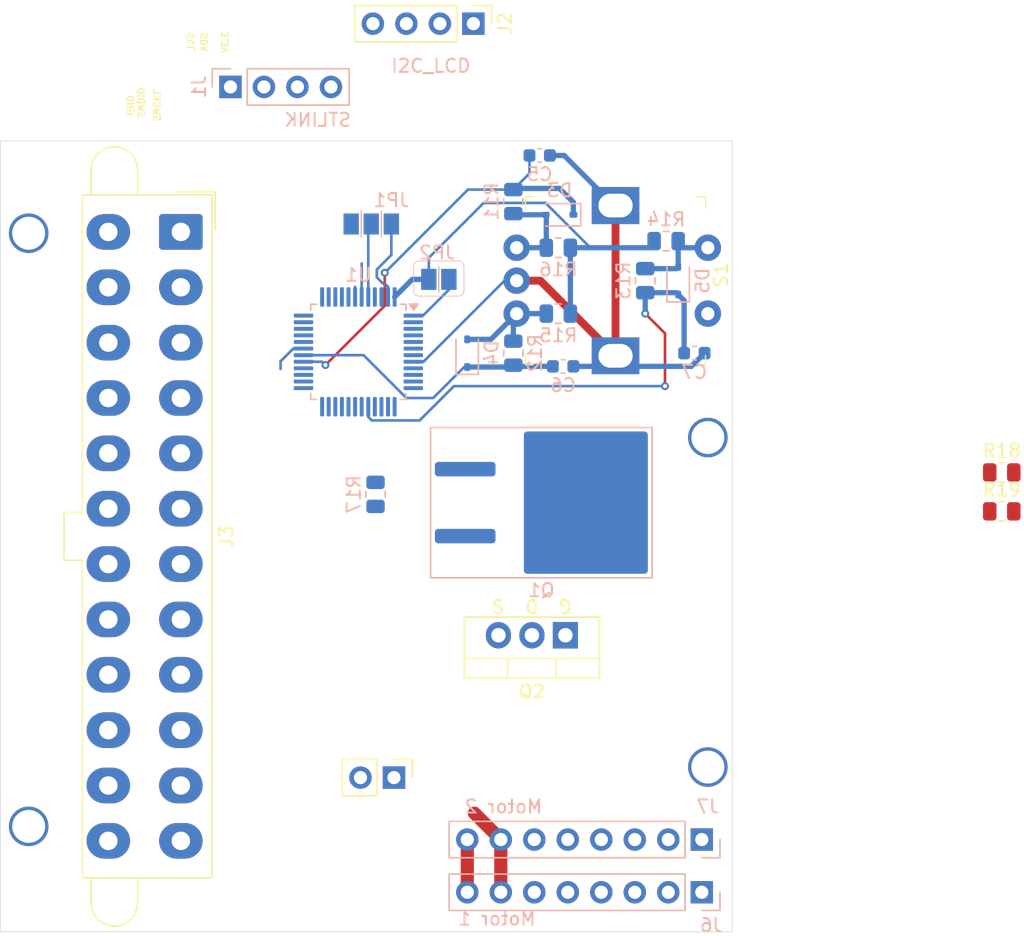
<source format=kicad_pcb>
(kicad_pcb (version 20241229) (generator "pcbnew") (generator_version "9.0")
  (layers (0 "F.Cu" signal) (2 "B.Cu" signal) (13 "F.Paste" user) (15 "B.Paste" user) (5 "F.SilkS" user "F.Silkscreen") (7 "B.SilkS" user "B.Silkscreen") (1 "F.Mask" user) (3 "B.Mask" user) (25 "Edge.Cuts" user))
  (net 0 "")
  (net 22 "+5V")
  (net 23 "GND")
  (net 24 "+3.3V")
  (net 25 "/Encoder/ENC_SW")
  (net 26 "/Encoder/ENC_B")
  (net 27 "/Encoder/ENC_A")
  (net 28 "Net-(D3-A)")
  (net 29 "Net-(D4-A)")
  (net 31 "/SDA")
  (net 32 "/SCL")
  (net 33 "/MOSFET_DRIVER/PWM")
  (net 34 "P,+12")
  (net 35 "/SWDIO")
  (net 36 "/SWCLK")
  (net 37 "/Stepper_Driver/1_DIR-")
  (net 38 "/Stepper_Driver/1_ENA-")
  (net 39 "/Stepper_Driver/1_PUL-")
  (net 40 "/Stepper_Driver/1_DIR+")
  (net 41 "/Stepper_Driver/1_PUL+")
  (net 42 "/Stepper_Driver/1_ENA+")
  (net 43 "/Stepper_Driver/2_PUL-")
  (net 44 "/Stepper_Driver/2_ENA+")
  (net 45 "/Stepper_Driver/2_DIR-")
  (net 46 "/Stepper_Driver/2_ENA-")
  (net 47 "/Stepper_Driver/2_PUL+")
  (net 48 "/Stepper_Driver/2_DIR+")
  (net 49 "/L_ENA-")
  (net 50 "/L_PUL-")
  (net 51 "/L_PUL+")
  (net 52 "/L_ENA+")
  (net 53 "/L_DIR-")
  (net 54 "/L_DIR+")
  (net 55 "Net-(D5-A)")
  (net 56 "Net-(Q1-D)")
  (net 57 "Net-(JP1-C)")
  (net 58 "Net-(JP2-A)")
  (net 59 "+5VSB")
  (net 60 "+12V")
  (net 62 "Net-(J3-PWR_OK)")
  (net 63 "-12V")
  (net 64 "/Power/PWR_OK")
  (net 65 "/D-")
  (net 66 "/D+")
  (footprint "Resistor_SMD:R_0805_2012Metric" (layer "F.Cu") (at 140.2875 87.6)
    (property "Reference" "R19" (at 0 -1.65 0) (layer "F.SilkS"))
    (property "Value" "1k")
    (fp_line (start -0.227064 -0.735) (end 0.227064 -0.735) (stroke (width 0.12)) (layer "F.SilkS"))
    (fp_line (start -0.227064 0.735) (end 0.227064 0.735) (stroke (width 0.12)) (layer "F.SilkS"))
    (pad "1" smd roundrect (at -0.9125 0) (size 1.025 1.4) (layers "F.Cu" "F.Mask" "F.Paste") (roundrect_rratio 0.243902) (net 23 "GND"))
    (pad "2" smd roundrect (at 0.9125 0) (size 1.025 1.4) (layers "F.Cu" "F.Mask" "F.Paste") (roundrect_rratio 0.243902) (net 64 "/Power/PWR_OK"))
  )
  (footprint "digikey-footprints:Rotary_Encoder_Switched_PEC11R" (layer "F.Cu") (at 111 64.4 -90)
    (property "Reference" "S1" (at 5.275 -8 90) (layer "F.SilkS"))
    (property "Value" "PEC11R-4215F-S0024" (hide yes))
    (fp_line (start -0.675 6.825) (end -0.675 6.15) (stroke (width 0.1)) (layer "F.SilkS"))
    (fp_line (start 0.275 6.825) (end -0.675 6.825) (stroke (width 0.1)) (layer "F.SilkS"))
    (fp_line (start 12.075 6.825) (end 11.275 6.825) (stroke (width 0.1)) (layer "F.SilkS"))
    (fp_line (start 12.075 6.25) (end 12.075 6.825) (stroke (width 0.1)) (layer "F.SilkS"))
    (fp_line (start -0.675 -6.825) (end -0.675 -6.15) (stroke (width 0.1)) (layer "F.SilkS"))
    (fp_line (start 0.175 -6.825) (end -0.675 -6.825) (stroke (width 0.1)) (layer "F.SilkS"))
    (fp_line (start 11.375 -6.825) (end 12.075 -6.825) (stroke (width 0.1)) (layer "F.SilkS"))
    (fp_line (start 12.075 -6.825) (end 12.075 -6.325) (stroke (width 0.1)) (layer "F.SilkS"))
    (pad "1" thru_hole circle (at 3.2 -7 270) (size 2 2) (drill 1) (layers "*.Cu" "*.Mask") (net 55 "Net-(D5-A)"))
    (pad "2" thru_hole circle (at 8.2 -7 270) (size 2 2) (drill 1) (layers "*.Cu" "*.Mask") (net 23 "GND"))
    (pad "3" thru_hole rect (at 0 0 270) (size 2.8 3.6) (drill oval 1.8 2.6) (layers "*.Cu" "*.Mask") (net 23 "GND"))
    (pad "3" thru_hole rect (at 11.4 0 270) (size 2.8 3.6) (drill oval 1.8 2.6) (layers "*.Cu" "*.Mask") (net 23 "GND"))
    (pad "A" thru_hole circle (at 3.2 7.5 270) (size 2 2) (drill 1) (layers "*.Cu" "*.Mask") (net 28 "Net-(D3-A)"))
    (pad "B" thru_hole circle (at 8.2 7.5 270) (size 2 2) (drill 1) (layers "*.Cu" "*.Mask") (net 29 "Net-(D4-A)"))
    (pad "C" thru_hole circle (at 5.7 7.5 270) (size 2 2) (drill 1) (layers "*.Cu" "*.Mask") (net 23 "GND"))
  )
  (footprint "PCM_Package_TO_SOT_THT_AKL:TO-220-3_Vertical_GDS" (layer "F.Cu") (at 107.2 97 180)
    (property "Reference" "Q2" (at 2.54 -4.27 0) (layer "F.SilkS"))
    (property "Value" "IRLZ34N" (hide yes))
    (fp_line (start 7.66 -3.27) (end 7.66 1.371) (stroke (width 0.12)) (layer "F.SilkS"))
    (fp_line (start 4.391 -3.27) (end 4.391 -1.76) (stroke (width 0.12)) (layer "F.SilkS"))
    (fp_line (start 0.69 -3.27) (end 0.69 -1.76) (stroke (width 0.12)) (layer "F.SilkS"))
    (fp_line (start -2.58 1.371) (end 7.66 1.371) (stroke (width 0.12)) (layer "F.SilkS"))
    (fp_line (start -2.58 -1.76) (end 7.66 -1.76) (stroke (width 0.12)) (layer "F.SilkS"))
    (fp_line (start -2.58 -3.27) (end 7.66 -3.27) (stroke (width 0.12)) (layer "F.SilkS"))
    (fp_line (start -2.58 -3.27) (end -2.58 1.371) (stroke (width 0.12)) (layer "F.SilkS"))
    (fp_text user "G" (at 0 2.2225 180) (layer "F.SilkS"))
    (fp_text user "S" (at 5.08 2.2225 180) (layer "F.SilkS"))
    (fp_text user "D" (at 2.54 2.2225 180) (layer "F.SilkS"))
    (pad "1" thru_hole rect (at 0 0 180) (size 1.905 2) (drill 1.1) (layers "*.Cu" "*.Mask") (net 33 "/MOSFET_DRIVER/PWM"))
    (pad "2" thru_hole oval (at 2.54 0 180) (size 1.905 2) (drill 1.1) (layers "*.Cu" "*.Mask") (net 56 "Net-(Q1-D)"))
    (pad "3" thru_hole oval (at 5.08 0 180) (size 1.905 2) (drill 1.1) (layers "*.Cu" "*.Mask") (net 23 "GND"))
  )
  (footprint "Connector_PinHeader_2.54mm:PinHeader_1x04_P2.54mm_Vertical" (layer "F.Cu") (at 100.22 50.6 -90)
    (property "Reference" "J2" (at 0 -2.38 90) (layer "F.SilkS"))
    (property "Value" "LCD" (hide yes))
    (fp_line (start -1.38 9) (end 1.38 9) (stroke (width 0.12)) (layer "F.SilkS"))
    (fp_line (start -1.38 1.27) (end -1.38 9) (stroke (width 0.12)) (layer "F.SilkS"))
    (fp_line (start -1.38 1.27) (end 1.38 1.27) (stroke (width 0.12)) (layer "F.SilkS"))
    (fp_line (start 1.38 1.27) (end 1.38 9) (stroke (width 0.12)) (layer "F.SilkS"))
    (fp_line (start -1.38 0) (end -1.38 -1.38) (stroke (width 0.12)) (layer "F.SilkS"))
    (fp_line (start -1.38 -1.38) (end 0 -1.38) (stroke (width 0.12)) (layer "F.SilkS"))
    (pad "1" thru_hole rect (at 0 0 270) (size 1.7 1.7) (drill 1) (layers "*.Cu" "*.Mask") (net 23 "GND"))
    (pad "2" thru_hole circle (at 0 2.54 270) (size 1.7 1.7) (drill 1) (layers "*.Cu" "*.Mask") (net 24 "+3.3V"))
    (pad "3" thru_hole circle (at 0 5.08 270) (size 1.7 1.7) (drill 1) (layers "*.Cu" "*.Mask") (net 31 "/SDA"))
    (pad "4" thru_hole circle (at 0 7.62 270) (size 1.7 1.7) (drill 1) (layers "*.Cu" "*.Mask") (net 32 "/SCL"))
  )
  (footprint "Resistor_SMD:R_0805_2012Metric" (layer "F.Cu") (at 140.2875 84.65)
    (property "Reference" "R18" (at 0 -1.65 0) (layer "F.SilkS"))
    (property "Value" "1k")
    (fp_line (start -0.227064 -0.735) (end 0.227064 -0.735) (stroke (width 0.12)) (layer "F.SilkS"))
    (fp_line (start -0.227064 0.735) (end 0.227064 0.735) (stroke (width 0.12)) (layer "F.SilkS"))
    (pad "1" smd roundrect (at -0.9125 0) (size 1.025 1.4) (layers "F.Cu" "F.Mask" "F.Paste") (roundrect_rratio 0.243902) (net 64 "/Power/PWR_OK"))
    (pad "2" smd roundrect (at 0.9125 0) (size 1.025 1.4) (layers "F.Cu" "F.Mask" "F.Paste") (roundrect_rratio 0.243902) (net 62 "Net-(J3-PWR_OK)"))
  )
  (footprint "Connector_PinHeader_2.54mm:PinHeader_1x02_P2.54mm_Vertical" (layer "F.Cu") (at 94.2 107.8 -90)
    (property "Reference" "J5" (hide yes))
    (property "Value" "Transformer" (hide yes))
    (fp_line (start -1.38 3.92) (end 1.38 3.92) (stroke (width 0.12)) (layer "F.SilkS"))
    (fp_line (start -1.38 1.27) (end -1.38 3.92) (stroke (width 0.12)) (layer "F.SilkS"))
    (fp_line (start -1.38 1.27) (end 1.38 1.27) (stroke (width 0.12)) (layer "F.SilkS"))
    (fp_line (start 1.38 1.27) (end 1.38 3.92) (stroke (width 0.12)) (layer "F.SilkS"))
    (fp_line (start -1.38 0) (end -1.38 -1.38) (stroke (width 0.12)) (layer "F.SilkS"))
    (fp_line (start -1.38 -1.38) (end 0 -1.38) (stroke (width 0.12)) (layer "F.SilkS"))
    (pad "1" thru_hole rect (at 0 0 270) (size 1.7 1.7) (drill 1) (layers "*.Cu" "*.Mask") (net 60 "+12V"))
    (pad "2" thru_hole circle (at 0 2.54 270) (size 1.7 1.7) (drill 1) (layers "*.Cu" "*.Mask") (net 56 "Net-(Q1-D)"))
  )
  (footprint "Connector_Molex:Molex_Mini-Fit_Jr_5566-24A2_2x12_P4.20mm_Vertical" (layer "F.Cu") (at 78.04 66.4 -90)
    (property "Reference" "J3" (at 23.1 -3.45 90) (layer "F.SilkS"))
    (property "Value" "ATX-24")
    (fp_line (start 21.29 8.86) (end 23.1 8.86) (stroke (width 0.12)) (layer "F.SilkS"))
    (fp_line (start 24.91 8.86) (end 23.1 8.86) (stroke (width 0.12)) (layer "F.SilkS"))
    (fp_line (start -2.81 7.46) (end 21.29 7.46) (stroke (width 0.12)) (layer "F.SilkS"))
    (fp_line (start 21.29 7.46) (end 21.29 8.86) (stroke (width 0.12)) (layer "F.SilkS"))
    (fp_line (start 24.91 7.46) (end 24.91 8.86) (stroke (width 0.12)) (layer "F.SilkS"))
    (fp_line (start 49.01 7.46) (end 24.91 7.46) (stroke (width 0.12)) (layer "F.SilkS"))
    (fp_line (start -4.7 6.8) (end -2.81 6.8) (stroke (width 0.12)) (layer "F.SilkS"))
    (fp_line (start 50.9 6.8) (end 49.01 6.8) (stroke (width 0.12)) (layer "F.SilkS"))
    (fp_line (start -4.7 3.28) (end -2.81 3.28) (stroke (width 0.12)) (layer "F.SilkS"))
    (fp_line (start 50.9 3.28) (end 49.01 3.28) (stroke (width 0.12)) (layer "F.SilkS"))
    (fp_line (start -2.81 -2.36) (end -2.81 7.46) (stroke (width 0.12)) (layer "F.SilkS"))
    (fp_line (start 23.1 -2.36) (end -2.81 -2.36) (stroke (width 0.12)) (layer "F.SilkS"))
    (fp_line (start 23.1 -2.36) (end 49.01 -2.36) (stroke (width 0.12)) (layer "F.SilkS"))
    (fp_line (start 49.01 -2.36) (end 49.01 7.46) (stroke (width 0.12)) (layer "F.SilkS"))
    (fp_line (start -3.05 -2.6) (end -3.05 0.25) (stroke (width 0.12)) (layer "F.SilkS"))
    (fp_line (start -0.2 -2.6) (end -3.05 -2.6) (stroke (width 0.12)) (layer "F.SilkS"))
    (fp_arc (start -4.7 6.8) (mid -6.46 5.04) (end -4.7 3.28) (stroke (width 0.12)) (layer "F.SilkS"))
    (fp_arc (start 50.9 3.28) (mid 52.66 5.04) (end 50.9 6.8) (stroke (width 0.12)) (layer "F.SilkS"))
    (pad "" np_thru_hole circle (at -4.7 5.04 270) (size 3 3) (drill 3) (layers "*.Cu" "*.Mask"))
    (pad "" np_thru_hole circle (at 50.9 5.04 270) (size 3 3) (drill 3) (layers "*.Cu" "*.Mask"))
    (pad "1" thru_hole roundrect (at 0 0 270) (size 2.7 3.3) (drill 1.4) (layers "*.Cu" "*.Mask") (roundrect_rratio 0.092593) (net 24 "+3.3V"))
    (pad "2" thru_hole oval (at 4.2 0 270) (size 2.7 3.3) (drill 1.4) (layers "*.Cu" "*.Mask") (net 24 "+3.3V"))
    (pad "3" thru_hole oval (at 8.4 0 270) (size 2.7 3.3) (drill 1.4) (layers "*.Cu" "*.Mask") (net 23 "GND"))
    (pad "4" thru_hole oval (at 12.6 0 270) (size 2.7 3.3) (drill 1.4) (layers "*.Cu" "*.Mask") (net 22 "+5V"))
    (pad "5" thru_hole oval (at 16.8 0 270) (size 2.7 3.3) (drill 1.4) (layers "*.Cu" "*.Mask") (net 23 "GND"))
    (pad "6" thru_hole oval (at 21 0 270) (size 2.7 3.3) (drill 1.4) (layers "*.Cu" "*.Mask") (net 22 "+5V"))
    (pad "7" thru_hole oval (at 25.2 0 270) (size 2.7 3.3) (drill 1.4) (layers "*.Cu" "*.Mask") (net 23 "GND"))
    (pad "8" thru_hole oval (at 29.4 0 270) (size 2.7 3.3) (drill 1.4) (layers "*.Cu" "*.Mask") (net 62 "Net-(J3-PWR_OK)"))
    (pad "9" thru_hole oval (at 33.6 0 270) (size 2.7 3.3) (drill 1.4) (layers "*.Cu" "*.Mask") (net 59 "+5VSB"))
    (pad "10" thru_hole oval (at 37.8 0 270) (size 2.7 3.3) (drill 1.4) (layers "*.Cu" "*.Mask") (net 60 "+12V"))
    (pad "11" thru_hole oval (at 42 0 270) (size 2.7 3.3) (drill 1.4) (layers "*.Cu" "*.Mask") (net 60 "+12V"))
    (pad "12" thru_hole oval (at 46.2 0 270) (size 2.7 3.3) (drill 1.4) (layers "*.Cu" "*.Mask") (net 24 "+3.3V"))
    (pad "13" thru_hole oval (at 0 5.5 270) (size 2.7 3.3) (drill 1.4) (layers "*.Cu" "*.Mask") (net 24 "+3.3V"))
    (pad "14" thru_hole oval (at 4.2 5.5 270) (size 2.7 3.3) (drill 1.4) (layers "*.Cu" "*.Mask") (net 63 "-12V"))
    (pad "15" thru_hole oval (at 8.4 5.5 270) (size 2.7 3.3) (drill 1.4) (layers "*.Cu" "*.Mask") (net 23 "GND"))
    (pad "16" thru_hole oval (at 12.6 5.5 270) (size 2.7 3.3) (drill 1.4) (layers "*.Cu" "*.Mask") (net 23 "GND"))
    (pad "17" thru_hole oval (at 16.8 5.5 270) (size 2.7 3.3) (drill 1.4) (layers "*.Cu" "*.Mask") (net 23 "GND"))
    (pad "18" thru_hole oval (at 21 5.5 270) (size 2.7 3.3) (drill 1.4) (layers "*.Cu" "*.Mask") (net 23 "GND"))
    (pad "19" thru_hole oval (at 25.2 5.5 270) (size 2.7 3.3) (drill 1.4) (layers "*.Cu" "*.Mask") (net 23 "GND"))
    (pad "20" thru_hole oval (at 29.4 5.5 270) (size 2.7 3.3) (drill 1.4) (layers "*.Cu" "*.Mask"))
    (pad "21" thru_hole oval (at 33.6 5.5 270) (size 2.7 3.3) (drill 1.4) (layers "*.Cu" "*.Mask") (net 22 "+5V"))
    (pad "22" thru_hole oval (at 37.8 5.5 270) (size 2.7 3.3) (drill 1.4) (layers "*.Cu" "*.Mask") (net 22 "+5V"))
    (pad "23" thru_hole oval (at 42 5.5 270) (size 2.7 3.3) (drill 1.4) (layers "*.Cu" "*.Mask") (net 22 "+5V"))
    (pad "24" thru_hole oval (at 46.2 5.5 270) (size 2.7 3.3) (drill 1.4) (layers "*.Cu" "*.Mask") (net 23 "GND"))
  )
  (footprint "Capacitor_SMD:C_0603_1608Metric" (layer "B.Cu") (at 105.25 60.6)
    (property "Reference" "C5" (at 0 1.43 0) (layer "B.SilkS") (effects (justify mirror)))
    (property "Value" "10nF" (hide yes))
    (fp_line (start -0.14058 -0.51) (end 0.14058 -0.51) (stroke (width 0.12)) (layer "B.SilkS"))
    (fp_line (start -0.14058 0.51) (end 0.14058 0.51) (stroke (width 0.12)) (layer "B.SilkS"))
    (pad "1" smd roundrect (at -0.775 0) (size 0.9 0.95) (layers "B.Cu" "B.Mask" "B.Paste") (net 27 "/Encoder/ENC_A"))
    (pad "2" smd roundrect (at 0.775 0) (size 0.9 0.95) (layers "B.Cu" "B.Mask" "B.Paste") (net 23 "GND"))
  )
  (footprint "Resistor_SMD:R_0805_2012Metric" (layer "B.Cu") (at 106.6625 67.6)
    (property "Reference" "R16" (at 0 1.65 0) (layer "B.SilkS") (effects (justify mirror)))
    (property "Value" "10k" (hide yes))
    (fp_line (start -0.227064 -0.735) (end 0.227064 -0.735) (stroke (width 0.12)) (layer "B.SilkS"))
    (fp_line (start -0.227064 0.735) (end 0.227064 0.735) (stroke (width 0.12)) (layer "B.SilkS"))
    (pad "1" smd roundrect (at -0.9125 0) (size 1.025 1.4) (layers "B.Cu" "B.Mask" "B.Paste") (roundrect_rratio 0.243902) (net 28 "Net-(D3-A)"))
    (pad "2" smd roundrect (at 0.9125 0) (size 1.025 1.4) (layers "B.Cu" "B.Mask" "B.Paste") (roundrect_rratio 0.243902) (net 24 "+3.3V"))
  )
  (footprint "Package_QFP:LQFP-48_7x7mm_P0.5mm" (layer "B.Cu") (at 91.5 75.5 180)
    (property "Reference" "U1" (at 0 5.85 0) (layer "B.SilkS") (effects (justify mirror)))
    (property "Value" "STM32F103C8Tx" (hide yes))
    (fp_line (start 3.61 3.61) (end 3.61 3.16) (stroke (width 0.12)) (layer "B.SilkS"))
    (fp_line (start 3.61 -3.61) (end 3.61 -3.16) (stroke (width 0.12)) (layer "B.SilkS"))
    (fp_line (start 3.16 3.61) (end 3.61 3.61) (stroke (width 0.12)) (layer "B.SilkS"))
    (fp_line (start 3.16 -3.61) (end 3.61 -3.61) (stroke (width 0.12)) (layer "B.SilkS"))
    (fp_line (start -3.16 3.61) (end -3.61 3.61) (stroke (width 0.12)) (layer "B.SilkS"))
    (fp_line (start -3.16 -3.61) (end -3.61 -3.61) (stroke (width 0.12)) (layer "B.SilkS"))
    (fp_line (start -3.61 3.61) (end -3.61 3.16) (stroke (width 0.12)) (layer "B.SilkS"))
    (fp_line (start -3.61 -3.61) (end -3.61 -3.16) (stroke (width 0.12)) (layer "B.SilkS"))
    (fp_poly (pts (xy -4.2 3.16) (xy -4.54 3.63) (xy -3.86 3.63)) (stroke (width 0.12)) (fill yes) (layer "B.SilkS"))
    (pad "1" smd roundrect (at -4.1625 2.75 180) (size 1.475 0.3) (layers "B.Cu" "B.Mask" "B.Paste") (net 58 "Net-(JP2-A)"))
    (pad "2" smd roundrect (at -4.1625 2.25 180) (size 1.475 0.3) (layers "B.Cu" "B.Mask" "B.Paste") (net 51 "/L_PUL+"))
    (pad "3" smd roundrect (at -4.1625 1.75 180) (size 1.475 0.3) (layers "B.Cu" "B.Mask" "B.Paste"))
    (pad "4" smd roundrect (at -4.1625 1.25 180) (size 1.475 0.3) (layers "B.Cu" "B.Mask" "B.Paste"))
    (pad "5" smd roundrect (at -4.1625 0.75 180) (size 1.475 0.3) (layers "B.Cu" "B.Mask" "B.Paste"))
    (pad "6" smd roundrect (at -4.1625 0.25 180) (size 1.475 0.3) (layers "B.Cu" "B.Mask" "B.Paste"))
    (pad "7" smd roundrect (at -4.1625 -0.25 180) (size 1.475 0.3) (layers "B.Cu" "B.Mask" "B.Paste"))
    (pad "8" smd roundrect (at -4.1625 -0.75 180) (size 1.475 0.3) (layers "B.Cu" "B.Mask" "B.Paste") (net 23 "GND"))
    (pad "9" smd roundrect (at -4.1625 -1.25 180) (size 1.475 0.3) (layers "B.Cu" "B.Mask" "B.Paste") (net 24 "+3.3V"))
    (pad "10" smd roundrect (at -4.1625 -1.75 180) (size 1.475 0.3) (layers "B.Cu" "B.Mask" "B.Paste"))
    (pad "11" smd roundrect (at -4.1625 -2.25 180) (size 1.475 0.3) (layers "B.Cu" "B.Mask" "B.Paste"))
    (pad "12" smd roundrect (at -4.1625 -2.75 180) (size 1.475 0.3) (layers "B.Cu" "B.Mask" "B.Paste"))
    (pad "13" smd roundrect (at -2.75 -4.1625 180) (size 0.3 1.475) (layers "B.Cu" "B.Mask" "B.Paste"))
    (pad "14" smd roundrect (at -2.25 -4.1625 180) (size 0.3 1.475) (layers "B.Cu" "B.Mask" "B.Paste"))
    (pad "15" smd roundrect (at -1.75 -4.1625 180) (size 0.3 1.475) (layers "B.Cu" "B.Mask" "B.Paste"))
    (pad "16" smd roundrect (at -1.25 -4.1625 180) (size 0.3 1.475) (layers "B.Cu" "B.Mask" "B.Paste"))
    (pad "17" smd roundrect (at -0.75 -4.1625 180) (size 0.3 1.475) (layers "B.Cu" "B.Mask" "B.Paste") (net 25 "/Encoder/ENC_SW"))
    (pad "18" smd roundrect (at -0.25 -4.1625 180) (size 0.3 1.475) (layers "B.Cu" "B.Mask" "B.Paste") (net 54 "/L_DIR+"))
    (pad "19" smd roundrect (at 0.25 -4.1625 180) (size 0.3 1.475) (layers "B.Cu" "B.Mask" "B.Paste") (net 53 "/L_DIR-"))
    (pad "20" smd roundrect (at 0.75 -4.1625 180) (size 0.3 1.475) (layers "B.Cu" "B.Mask" "B.Paste"))
    (pad "21" smd roundrect (at 1.25 -4.1625 180) (size 0.3 1.475) (layers "B.Cu" "B.Mask" "B.Paste"))
    (pad "22" smd roundrect (at 1.75 -4.1625 180) (size 0.3 1.475) (layers "B.Cu" "B.Mask" "B.Paste"))
    (pad "23" smd roundrect (at 2.25 -4.1625 180) (size 0.3 1.475) (layers "B.Cu" "B.Mask" "B.Paste") (net 23 "GND"))
    (pad "24" smd roundrect (at 2.75 -4.1625 180) (size 0.3 1.475) (layers "B.Cu" "B.Mask" "B.Paste") (net 24 "+3.3V"))
    (pad "25" smd roundrect (at 4.1625 -2.75 180) (size 1.475 0.3) (layers "B.Cu" "B.Mask" "B.Paste"))
    (pad "26" smd roundrect (at 4.1625 -2.25 180) (size 1.475 0.3) (layers "B.Cu" "B.Mask" "B.Paste"))
    (pad "27" smd roundrect (at 4.1625 -1.75 180) (size 1.475 0.3) (layers "B.Cu" "B.Mask" "B.Paste"))
    (pad "28" smd roundrect (at 4.1625 -1.25 180) (size 1.475 0.3) (layers "B.Cu" "B.Mask" "B.Paste"))
    (pad "29" smd roundrect (at 4.1625 -0.75 180) (size 1.475 0.3) (layers "B.Cu" "B.Mask" "B.Paste") (net 27 "/Encoder/ENC_A"))
    (pad "30" smd roundrect (at 4.1625 -0.25 180) (size 1.475 0.3) (layers "B.Cu" "B.Mask" "B.Paste") (net 26 "/Encoder/ENC_B"))
    (pad "31" smd roundrect (at 4.1625 0.25 180) (size 1.475 0.3) (layers "B.Cu" "B.Mask" "B.Paste") (net 33 "/MOSFET_DRIVER/PWM"))
    (pad "32" smd roundrect (at 4.1625 0.75 180) (size 1.475 0.3) (layers "B.Cu" "B.Mask" "B.Paste") (net 65 "/D-"))
    (pad "33" smd roundrect (at 4.1625 1.25 180) (size 1.475 0.3) (layers "B.Cu" "B.Mask" "B.Paste") (net 66 "/D+"))
    (pad "34" smd roundrect (at 4.1625 1.75 180) (size 1.475 0.3) (layers "B.Cu" "B.Mask" "B.Paste") (net 35 "/SWDIO"))
    (pad "35" smd roundrect (at 4.1625 2.25 180) (size 1.475 0.3) (layers "B.Cu" "B.Mask" "B.Paste") (net 23 "GND"))
    (pad "36" smd roundrect (at 4.1625 2.75 180) (size 1.475 0.3) (layers "B.Cu" "B.Mask" "B.Paste") (net 24 "+3.3V"))
    (pad "37" smd roundrect (at 2.75 4.1625 180) (size 0.3 1.475) (layers "B.Cu" "B.Mask" "B.Paste") (net 36 "/SWCLK"))
    (pad "38" smd roundrect (at 2.25 4.1625 180) (size 0.3 1.475) (layers "B.Cu" "B.Mask" "B.Paste"))
    (pad "39" smd roundrect (at 1.75 4.1625 180) (size 0.3 1.475) (layers "B.Cu" "B.Mask" "B.Paste") (net 52 "/L_ENA+"))
    (pad "40" smd roundrect (at 1.25 4.1625 180) (size 0.3 1.475) (layers "B.Cu" "B.Mask" "B.Paste") (net 49 "/L_ENA-"))
    (pad "41" smd roundrect (at 0.75 4.1625 180) (size 0.3 1.475) (layers "B.Cu" "B.Mask" "B.Paste") (net 50 "/L_PUL-"))
    (pad "42" smd roundrect (at 0.25 4.1625 180) (size 0.3 1.475) (layers "B.Cu" "B.Mask" "B.Paste") (net 32 "/SCL"))
    (pad "43" smd roundrect (at -0.25 4.1625 180) (size 0.3 1.475) (layers "B.Cu" "B.Mask" "B.Paste") (net 31 "/SDA"))
    (pad "44" smd roundrect (at -0.75 4.1625 180) (size 0.3 1.475) (layers "B.Cu" "B.Mask" "B.Paste") (net 57 "Net-(JP1-C)"))
    (pad "45" smd roundrect (at -1.25 4.1625 180) (size 0.3 1.475) (layers "B.Cu" "B.Mask" "B.Paste"))
    (pad "46" smd roundrect (at -1.75 4.1625 180) (size 0.3 1.475) (layers "B.Cu" "B.Mask" "B.Paste"))
    (pad "47" smd roundrect (at -2.25 4.1625 180) (size 0.3 1.475) (layers "B.Cu" "B.Mask" "B.Paste") (net 23 "GND"))
    (pad "48" smd roundrect (at -2.75 4.1625 180) (size 0.3 1.475) (layers "B.Cu" "B.Mask" "B.Paste") (net 24 "+3.3V"))
  )
  (footprint "Resistor_SMD:R_0805_2012Metric" (layer "B.Cu") (at 114.8375 67.1 180)
    (property "Reference" "R14" (at 0 1.65 0) (layer "B.SilkS") (effects (justify mirror)))
    (property "Value" "10k" (hide yes))
    (fp_line (start -0.227064 0.735) (end 0.227064 0.735) (stroke (width 0.12)) (layer "B.SilkS"))
    (fp_line (start -0.227064 -0.735) (end 0.227064 -0.735) (stroke (width 0.12)) (layer "B.SilkS"))
    (pad "1" smd roundrect (at -0.9125 0 180) (size 1.025 1.4) (layers "B.Cu" "B.Mask" "B.Paste") (roundrect_rratio 0.243902) (net 55 "Net-(D5-A)"))
    (pad "2" smd roundrect (at 0.9125 0 180) (size 1.025 1.4) (layers "B.Cu" "B.Mask" "B.Paste") (roundrect_rratio 0.243902) (net 24 "+3.3V"))
  )
  (footprint "Resistor_SMD:R_0805_2012Metric" (layer "B.Cu") (at 113.25 70.1 -90)
    (property "Reference" "R13" (at 0 1.65 90) (layer "B.SilkS") (effects (justify mirror)))
    (property "Value" "10k" (hide yes))
    (fp_line (start -0.227064 0.735) (end 0.227064 0.735) (stroke (width 0.12)) (layer "B.SilkS"))
    (fp_line (start -0.227064 -0.735) (end 0.227064 -0.735) (stroke (width 0.12)) (layer "B.SilkS"))
    (pad "1" smd roundrect (at -0.9125 0 270) (size 1.025 1.4) (layers "B.Cu" "B.Mask" "B.Paste") (roundrect_rratio 0.243902) (net 55 "Net-(D5-A)"))
    (pad "2" smd roundrect (at 0.9125 0 270) (size 1.025 1.4) (layers "B.Cu" "B.Mask" "B.Paste") (roundrect_rratio 0.243902) (net 25 "/Encoder/ENC_SW"))
  )
  (footprint "Connector_PinHeader_2.54mm:PinHeader_1x08_P2.54mm_Vertical" (layer "B.Cu") (at 117.54 112.5 90)
    (property "Reference" "J7" (at 2.5 0.46 180) (layer "B.SilkS") (effects (justify mirror)))
    (property "Value" "Motor 2" (at 2.5 -15.04 180) (layer "B.SilkS") (effects (justify mirror)))
    (fp_line (start -1.38 -19.16) (end 1.38 -19.16) (stroke (width 0.12)) (layer "B.SilkS"))
    (fp_line (start 1.38 -1.27) (end 1.38 -19.16) (stroke (width 0.12)) (layer "B.SilkS"))
    (fp_line (start -1.38 -1.27) (end -1.38 -19.16) (stroke (width 0.12)) (layer "B.SilkS"))
    (fp_line (start -1.38 -1.27) (end 1.38 -1.27) (stroke (width 0.12)) (layer "B.SilkS"))
    (fp_line (start -1.38 0) (end -1.38 1.38) (stroke (width 0.12)) (layer "B.SilkS"))
    (fp_line (start -1.38 1.38) (end 0 1.38) (stroke (width 0.12)) (layer "B.SilkS"))
    (pad "1" thru_hole rect (at 0 0 90) (size 1.7 1.7) (drill 1) (layers "*.Cu" "*.Mask") (net 47 "/Stepper_Driver/2_PUL+"))
    (pad "2" thru_hole circle (at 0 -2.54 90) (size 1.7 1.7) (drill 1) (layers "*.Cu" "*.Mask") (net 43 "/Stepper_Driver/2_PUL-"))
    (pad "3" thru_hole circle (at 0 -5.08 90) (size 1.7 1.7) (drill 1) (layers "*.Cu" "*.Mask") (net 48 "/Stepper_Driver/2_DIR+"))
    (pad "4" thru_hole circle (at 0 -7.62 90) (size 1.7 1.7) (drill 1) (layers "*.Cu" "*.Mask") (net 45 "/Stepper_Driver/2_DIR-"))
    (pad "5" thru_hole circle (at 0 -10.16 90) (size 1.7 1.7) (drill 1) (layers "*.Cu" "*.Mask") (net 44 "/Stepper_Driver/2_ENA+"))
    (pad "6" thru_hole circle (at 0 -12.7 90) (size 1.7 1.7) (drill 1) (layers "*.Cu" "*.Mask") (net 46 "/Stepper_Driver/2_ENA-"))
    (pad "7" thru_hole circle (at 0 -15.24 90) (size 1.7 1.7) (drill 1) (layers "*.Cu" "*.Mask") (net 23 "GND"))
    (pad "8" thru_hole circle (at 0 -17.78 90) (size 1.7 1.7) (drill 1) (layers "*.Cu" "*.Mask") (net 34 "P,+12"))
  )
  (footprint "PCM_4ms_SolderJumper:JUMPER_SMD_1x3" (layer "B.Cu") (at 92.476 65.8 180)
    (property "Reference" "JP1" (at -1.524 1.8 0) (layer "B.SilkS") (effects (justify mirror)))
    (property "Value" "BOOT" (at -0.0381 0.00762 0) (layer "B.SilkS") (effects (font (size 0.01778 0.01778) (thickness 0.000001)) (justify mirror)))
    (fp_line (start 0.76 -0.98) (end 0.76 0.98) (stroke (width 0.1)) (layer "B.SilkS"))
    (fp_line (start -0.77 0.98) (end -0.77 -0.98) (stroke (width 0.1)) (layer "B.SilkS"))
    (pad "1" smd rect (at -1.524 0 180) (size 1.1684 1.6002) (layers "B.Cu" "B.Mask" "B.Paste") (net 23 "GND") (clearance 0.175))
    (pad "2" smd rect (at 0 0 180) (size 1.1684 1.6002) (layers "B.Cu" "B.Mask" "B.Paste") (net 57 "Net-(JP1-C)") (clearance 0.175))
    (pad "3" smd rect (at 1.52146 0 180) (size 1.1684 1.6002) (layers "B.Cu" "B.Mask" "B.Paste") (net 24 "+3.3V") (clearance 0.175))
  )
  (footprint "Diode_SMD:D_SOD-323" (layer "B.Cu") (at 106.75 65.1 180)
    (property "Reference" "D3" (at 0 1.85 0) (layer "B.SilkS") (effects (justify mirror)))
    (property "Value" "1N4148WS" (hide yes))
    (fp_line (start -1.61 0.85) (end 1.05 0.85) (stroke (width 0.12)) (layer "B.SilkS"))
    (fp_line (start -1.61 0.85) (end -1.61 -0.85) (stroke (width 0.12)) (layer "B.SilkS"))
    (fp_line (start -1.61 -0.85) (end 1.05 -0.85) (stroke (width 0.12)) (layer "B.SilkS"))
    (pad "1" smd roundrect (at -1.05 0 180) (size 0.6 0.45) (layers "B.Cu" "B.Mask" "B.Paste") (net 27 "/Encoder/ENC_A"))
    (pad "2" smd roundrect (at 1.05 0 180) (size 0.6 0.45) (layers "B.Cu" "B.Mask" "B.Paste") (net 28 "Net-(D3-A)"))
  )
  (footprint "Diode_SMD:D_SOD-323" (layer "B.Cu") (at 115.75 70.1 90)
    (property "Reference" "D5" (at 0 1.85 90) (layer "B.SilkS") (effects (justify mirror)))
    (property "Value" "1N4148WS" (hide yes))
    (fp_line (start -1.61 -0.85) (end 1.05 -0.85) (stroke (width 0.12)) (layer "B.SilkS"))
    (fp_line (start -1.61 0.85) (end -1.61 -0.85) (stroke (width 0.12)) (layer "B.SilkS"))
    (fp_line (start -1.61 0.85) (end 1.05 0.85) (stroke (width 0.12)) (layer "B.SilkS"))
    (pad "1" smd roundrect (at -1.05 0 90) (size 0.6 0.45) (layers "B.Cu" "B.Mask" "B.Paste") (net 25 "/Encoder/ENC_SW"))
    (pad "2" smd roundrect (at 1.05 0 90) (size 0.6 0.45) (layers "B.Cu" "B.Mask" "B.Paste") (net 55 "Net-(D5-A)"))
  )
  (footprint "Resistor_SMD:R_0805_2012Metric" (layer "B.Cu") (at 103.25 75.6 90)
    (property "Reference" "R12" (at 0 1.65 90) (layer "B.SilkS") (effects (justify mirror)))
    (property "Value" "10k" (hide yes))
    (fp_line (start -0.227064 -0.735) (end 0.227064 -0.735) (stroke (width 0.12)) (layer "B.SilkS"))
    (fp_line (start -0.227064 0.735) (end 0.227064 0.735) (stroke (width 0.12)) (layer "B.SilkS"))
    (pad "1" smd roundrect (at -0.9125 0 90) (size 1.025 1.4) (layers "B.Cu" "B.Mask" "B.Paste") (roundrect_rratio 0.243902) (net 26 "/Encoder/ENC_B"))
    (pad "2" smd roundrect (at 0.9125 0 90) (size 1.025 1.4) (layers "B.Cu" "B.Mask" "B.Paste") (roundrect_rratio 0.243902) (net 29 "Net-(D4-A)"))
  )
  (footprint "Resistor_SMD:R_0805_2012Metric" (layer "B.Cu") (at 103.25 64.1 -90)
    (property "Reference" "R11" (at 0 1.65 90) (layer "B.SilkS") (effects (justify mirror)))
    (property "Value" "10k" (hide yes))
    (fp_line (start -0.227064 0.735) (end 0.227064 0.735) (stroke (width 0.12)) (layer "B.SilkS"))
    (fp_line (start -0.227064 -0.735) (end 0.227064 -0.735) (stroke (width 0.12)) (layer "B.SilkS"))
    (pad "1" smd roundrect (at -0.9125 0 270) (size 1.025 1.4) (layers "B.Cu" "B.Mask" "B.Paste") (roundrect_rratio 0.243902) (net 27 "/Encoder/ENC_A"))
    (pad "2" smd roundrect (at 0.9125 0 270) (size 1.025 1.4) (layers "B.Cu" "B.Mask" "B.Paste") (roundrect_rratio 0.243902) (net 28 "Net-(D3-A)"))
  )
  (footprint "Connector_PinHeader_2.54mm:PinHeader_1x04_P2.54mm_Vertical" (layer "B.Cu") (at 81.8 55.4 -90)
    (property "Reference" "J1" (at 0 2.38 90) (layer "B.SilkS") (effects (justify mirror)))
    (property "Value" "STLINK" (at 2.5 -6.62 0) (layer "B.SilkS") (effects (justify mirror)))
    (fp_line (start -1.38 1.38) (end 0 1.38) (stroke (width 0.12)) (layer "B.SilkS"))
    (fp_line (start -1.38 0) (end -1.38 1.38) (stroke (width 0.12)) (layer "B.SilkS"))
    (fp_line (start -1.38 -1.27) (end 1.38 -1.27) (stroke (width 0.12)) (layer "B.SilkS"))
    (fp_line (start -1.38 -1.27) (end -1.38 -9) (stroke (width 0.12)) (layer "B.SilkS"))
    (fp_line (start 1.38 -1.27) (end 1.38 -9) (stroke (width 0.12)) (layer "B.SilkS"))
    (fp_line (start -1.38 -9) (end 1.38 -9) (stroke (width 0.12)) (layer "B.SilkS"))
    (pad "1" thru_hole rect (at 0 0 270) (size 1.7 1.7) (drill 1) (layers "*.Cu" "*.Mask") (net 24 "+3.3V"))
    (pad "2" thru_hole circle (at 0 -2.54 270) (size 1.7 1.7) (drill 1) (layers "*.Cu" "*.Mask") (net 23 "GND"))
    (pad "3" thru_hole circle (at 0 -5.08 270) (size 1.7 1.7) (drill 1) (layers "*.Cu" "*.Mask") (net 35 "/SWDIO"))
    (pad "4" thru_hole circle (at 0 -7.62 270) (size 1.7 1.7) (drill 1) (layers "*.Cu" "*.Mask") (net 36 "/SWCLK"))
  )
  (footprint "Capacitor_SMD:C_0603_1608Metric" (layer "B.Cu") (at 107.025 76.6)
    (property "Reference" "C6" (at 0 1.43 0) (layer "B.SilkS") (effects (justify mirror)))
    (property "Value" "10nF" (hide yes))
    (fp_line (start -0.14058 -0.51) (end 0.14058 -0.51) (stroke (width 0.12)) (layer "B.SilkS"))
    (fp_line (start -0.14058 0.51) (end 0.14058 0.51) (stroke (width 0.12)) (layer "B.SilkS"))
    (pad "1" smd roundrect (at -0.775 0) (size 0.9 0.95) (layers "B.Cu" "B.Mask" "B.Paste") (net 26 "/Encoder/ENC_B"))
    (pad "2" smd roundrect (at 0.775 0) (size 0.9 0.95) (layers "B.Cu" "B.Mask" "B.Paste") (net 23 "GND"))
  )
  (footprint "Diode_SMD:D_SOD-323" (layer "B.Cu") (at 99.75 75.6 90)
    (property "Reference" "D4" (at 0 1.85 90) (layer "B.SilkS") (effects (justify mirror)))
    (property "Value" "1N4148WS" (hide yes))
    (fp_line (start -1.61 -0.85) (end 1.05 -0.85) (stroke (width 0.12)) (layer "B.SilkS"))
    (fp_line (start -1.61 0.85) (end -1.61 -0.85) (stroke (width 0.12)) (layer "B.SilkS"))
    (fp_line (start -1.61 0.85) (end 1.05 0.85) (stroke (width 0.12)) (layer "B.SilkS"))
    (pad "1" smd roundrect (at -1.05 0 90) (size 0.6 0.45) (layers "B.Cu" "B.Mask" "B.Paste") (net 26 "/Encoder/ENC_B"))
    (pad "2" smd roundrect (at 1.05 0 90) (size 0.6 0.45) (layers "B.Cu" "B.Mask" "B.Paste") (net 29 "Net-(D4-A)"))
  )
  (footprint "Capacitor_SMD:C_0603_1608Metric" (layer "B.Cu") (at 116.975 75.6)
    (property "Reference" "C7" (at 0 1.43 0) (layer "B.SilkS") (effects (justify mirror)))
    (property "Value" "10nF" (hide yes))
    (fp_line (start -0.14058 -0.51) (end 0.14058 -0.51) (stroke (width 0.12)) (layer "B.SilkS"))
    (fp_line (start -0.14058 0.51) (end 0.14058 0.51) (stroke (width 0.12)) (layer "B.SilkS"))
    (pad "1" smd roundrect (at -0.775 0) (size 0.9 0.95) (layers "B.Cu" "B.Mask" "B.Paste") (net 25 "/Encoder/ENC_SW"))
    (pad "2" smd roundrect (at 0.775 0) (size 0.9 0.95) (layers "B.Cu" "B.Mask" "B.Paste") (net 23 "GND"))
  )
  (footprint "PCM_Package_TO_SOT_SMD_AKL:TO-263-2" (layer "B.Cu") (at 105.375 86.94)
    (property "Reference" "Q1" (at 0 6.65 0) (layer "B.SilkS") (effects (justify mirror)))
    (property "Value" "FDB13AN06A0" (hide yes))
    (fp_line (start -8.4 -5.7) (end 8.4 -5.7) (stroke (width 0.12)) (layer "B.SilkS"))
    (fp_line (start -8.4 5.7) (end -8.4 -5.7) (stroke (width 0.12)) (layer "B.SilkS"))
    (fp_line (start 8.4 -5.7) (end 8.4 5.7) (stroke (width 0.12)) (layer "B.SilkS"))
    (fp_line (start 8.4 5.7) (end -8.4 5.7) (stroke (width 0.12)) (layer "B.SilkS"))
    (pad "1" smd roundrect (at -5.775 2.54) (size 4.6 1.1) (layers "B.Cu" "B.Mask" "B.Paste") (roundrect_rratio 0.2272727273) (net 33 "/MOSFET_DRIVER/PWM"))
    (pad "2" smd roundrect (at 3.375 0) (size 9.4 10.8) (layers "B.Cu" "B.Mask") (roundrect_rratio 0.02659574468) (net 56 "Net-(Q1-D)"))
    (pad "3" smd roundrect (at -5.775 -2.54) (size 4.6 1.1) (layers "B.Cu" "B.Mask" "B.Paste") (roundrect_rratio 0.2272727273) (net 23 "GND"))
  )
  (footprint "Resistor_SMD:R_0805_2012Metric" (layer "B.Cu") (at 92.8 86.3125 -90)
    (property "Reference" "R17" (at 0 1.65 90) (layer "B.SilkS") (effects (justify mirror)))
    (property "Value" "10k" (hide yes))
    (fp_line (start -0.227064 0.735) (end 0.227064 0.735) (stroke (width 0.12)) (layer "B.SilkS"))
    (fp_line (start -0.227064 -0.735) (end 0.227064 -0.735) (stroke (width 0.12)) (layer "B.SilkS"))
    (pad "1" smd roundrect (at -0.9125 0 270) (size 1.025 1.4) (layers "B.Cu" "B.Mask" "B.Paste") (roundrect_rratio 0.243902) (net 23 "GND"))
    (pad "2" smd roundrect (at 0.9125 0 270) (size 1.025 1.4) (layers "B.Cu" "B.Mask" "B.Paste") (roundrect_rratio 0.243902) (net 33 "/MOSFET_DRIVER/PWM"))
  )
  (footprint "PCM_4ms_SolderJumper:JUMPER_SMD_1x2" (layer "B.Cu") (at 97.6 70 180)
    (property "Reference" "JP2" (at 0.127 2.032 0) (layer "B.SilkS") (effects (justify mirror)))
    (property "Value" "VBAT" (at 0.45974 0.00762 0) (layer "B.SilkS") (effects (font (size 0.01778 0.01778) (thickness 0.000001)) (justify mirror)))
    (fp_line (start 1.905 -0.889) (end 1.905 1.016) (stroke (width 0.05)) (layer "B.SilkS"))
    (fp_line (start 1.524 1.397) (end -1.524 1.397) (stroke (width 0.05)) (layer "B.SilkS"))
    (fp_line (start 0 -0.94) (end 0 0.9488) (stroke (width 0.1)) (layer "B.SilkS"))
    (fp_line (start -1.524 -1.27) (end 1.524 -1.27) (stroke (width 0.05)) (layer "B.SilkS"))
    (fp_line (start -1.905 1.016) (end -1.905 -0.889) (stroke (width 0.05)) (layer "B.SilkS"))
    (fp_arc (start 1.905 1.016) (mid 1.793408 1.285408) (end 1.524 1.397) (stroke (width 0.05)) (layer "B.SilkS"))
    (fp_arc (start 1.524 -1.27) (mid 1.793408 -1.158408) (end 1.905 -0.889) (stroke (width 0.05)) (layer "B.SilkS"))
    (fp_arc (start -1.524 1.397) (mid -1.793408 1.285408) (end -1.905 1.016) (stroke (width 0.05)) (layer "B.SilkS"))
    (fp_arc (start -1.905 -0.889) (mid -1.793408 -1.158408) (end -1.524 -1.27) (stroke (width 0.05)) (layer "B.SilkS"))
    (pad "1" smd rect (at -0.762 0 180) (size 1.1684 1.6002) (layers "B.Cu" "B.Mask" "B.Paste") (net 58 "Net-(JP2-A)") (clearance 0.175))
    (pad "2" smd rect (at 0.75946 0 180) (size 1.1684 1.6002) (layers "B.Cu" "B.Mask" "B.Paste") (net 24 "+3.3V") (clearance 0.175))
  )
  (footprint "Resistor_SMD:R_0805_2012Metric" (layer "B.Cu") (at 106.6625 72.6)
    (property "Reference" "R15" (at 0 1.65 0) (layer "B.SilkS") (effects (justify mirror)))
    (property "Value" "10k" (hide yes))
    (fp_line (start -0.227064 -0.735) (end 0.227064 -0.735) (stroke (width 0.12)) (layer "B.SilkS"))
    (fp_line (start -0.227064 0.735) (end 0.227064 0.735) (stroke (width 0.12)) (layer "B.SilkS"))
    (pad "1" smd roundrect (at -0.9125 0) (size 1.025 1.4) (layers "B.Cu" "B.Mask" "B.Paste") (roundrect_rratio 0.243902) (net 29 "Net-(D4-A)"))
    (pad "2" smd roundrect (at 0.9125 0) (size 1.025 1.4) (layers "B.Cu" "B.Mask" "B.Paste") (roundrect_rratio 0.243902) (net 24 "+3.3V"))
  )
  (footprint "Connector_PinHeader_2.54mm:PinHeader_1x08_P2.54mm_Vertical" (layer "B.Cu") (at 117.54 116.5 90)
    (property "Reference" "J6" (at -2.5 0.72 0) (layer "B.SilkS") (effects (justify mirror)))
    (property "Value" "Motor 1" (at -2 -15.54 0) (layer "B.SilkS") (effects (justify mirror)))
    (fp_line (start -1.38 -19.16) (end 1.38 -19.16) (stroke (width 0.12)) (layer "B.SilkS"))
    (fp_line (start 1.38 -1.27) (end 1.38 -19.16) (stroke (width 0.12)) (layer "B.SilkS"))
    (fp_line (start -1.38 -1.27) (end -1.38 -19.16) (stroke (width 0.12)) (layer "B.SilkS"))
    (fp_line (start -1.38 -1.27) (end 1.38 -1.27) (stroke (width 0.12)) (layer "B.SilkS"))
    (fp_line (start -1.38 0) (end -1.38 1.38) (stroke (width 0.12)) (layer "B.SilkS"))
    (fp_line (start -1.38 1.38) (end 0 1.38) (stroke (width 0.12)) (layer "B.SilkS"))
    (pad "1" thru_hole rect (at 0 0 90) (size 1.7 1.7) (drill 1) (layers "*.Cu" "*.Mask") (net 41 "/Stepper_Driver/1_PUL+"))
    (pad "2" thru_hole circle (at 0 -2.54 90) (size 1.7 1.7) (drill 1) (layers "*.Cu" "*.Mask") (net 39 "/Stepper_Driver/1_PUL-"))
    (pad "3" thru_hole circle (at 0 -5.08 90) (size 1.7 1.7) (drill 1) (layers "*.Cu" "*.Mask") (net 40 "/Stepper_Driver/1_DIR+"))
    (pad "4" thru_hole circle (at 0 -7.62 90) (size 1.7 1.7) (drill 1) (layers "*.Cu" "*.Mask") (net 37 "/Stepper_Driver/1_DIR-"))
    (pad "5" thru_hole circle (at 0 -10.16 90) (size 1.7 1.7) (drill 1) (layers "*.Cu" "*.Mask") (net 42 "/Stepper_Driver/1_ENA+"))
    (pad "6" thru_hole circle (at 0 -12.7 90) (size 1.7 1.7) (drill 1) (layers "*.Cu" "*.Mask") (net 38 "/Stepper_Driver/1_ENA-"))
    (pad "7" thru_hole circle (at 0 -15.24 90) (size 1.7 1.7) (drill 1) (layers "*.Cu" "*.Mask") (net 23 "GND"))
    (pad "8" thru_hole circle (at 0 -17.78 90) (size 1.7 1.7) (drill 1) (layers "*.Cu" "*.Mask") (net 34 "P,+12"))
  )
  (gr_rect (start 64.35 59.5) (end 119.85 119.5) (stroke (width 0.05)) (fill no) (layer "Edge.Cuts"))
  (gr_text "GND" (at 74.2 56.8 270) (layer "F.SilkS") (effects (font (size 0.5 0.5) (thickness 0.1) (bold yes)) (justify mirror)))
  (gr_text "SCL" (at 78.8 52 90) (layer "F.SilkS") (effects (font (size 0.5 0.5) (thickness 0.1) (bold yes)) (justify mirror)))
  (gr_text "3.3V" (at 81.4 52 90) (layer "F.SilkS") (effects (font (size 0.5 0.5) (thickness 0.1) (bold yes)) (justify mirror)))
  (gr_text "SWCKL" (at 76.2 56.8 270) (layer "F.SilkS") (effects (font (size 0.5 0.5) (thickness 0.1) (bold yes)) (justify mirror)))
  (gr_text "SWDIO" (at 75 56.6 270) (layer "F.SilkS") (effects (font (size 0.5 0.5) (thickness 0.1) (bold yes)) (justify mirror)))
  (gr_text "SDA" (at 79.8 52 90) (layer "F.SilkS") (effects (font (size 0.5 0.5) (thickness 0.1) (bold yes)) (justify mirror)))
  (gr_text "I2C_LCD" (at 97 53.8 0) (layer "B.SilkS") (effects (font (size 1 1))))
  (via (at 118 107) (size 3) (drill 2.5) (layers "F.Cu" "B.Cu") (net 0))
  (via (at 66.5 66.5) (size 3) (drill 2.5) (layers "F.Cu" "B.Cu") (net 0))
  (via (at 66.5 111.5) (size 3) (drill 2.5) (layers "F.Cu" "B.Cu") (net 0))
  (via (at 118 82) (size 3) (drill 2.5) (layers "F.Cu" "B.Cu") (net 0))
  (segment (start 102.3 112.5) (end 102.3 116.5) (width 1) (layer "F.Cu") (net 23))
  (segment (start 100.3 110.5) (end 102.3 112.5) (width 1) (layer "F.Cu") (net 23))
  (segment (start 105.3 70.1) (end 103.5 70.1) (width 0.6) (layer "F.Cu") (net 23))
  (segment (start 105.3 70.1) (end 111 75.8) (width 0.6) (layer "F.Cu") (net 23))
  (segment (start 111 75.8) (end 111 64.4) (width 0.6) (layer "F.Cu") (net 23))
  (segment (start 92.899 69.251057) (end 92.899 69.847943) (width 0.2) (layer "B.Cu") (net 23))
  (segment (start 103.5 70.1) (end 102.583824 70.1) (width 0.2) (layer "B.Cu") (net 23))
  (segment (start 93.350057 70.299) (end 93.482824 70.299) (width 0.2) (layer "B.Cu") (net 23))
  (segment (start 92.899 69.847943) (end 93.350057 70.299) (width 0.2) (layer "B.Cu") (net 23))
  (segment (start 96.433824 76.25) (end 95.6625 76.25) (width 0.2) (layer "B.Cu") (net 23))
  (segment (start 107.8 76.6) (end 110.1 76.6) (width 0.4) (layer "B.Cu") (net 23))
  (segment (start 93.482824 70.299) (end 93.75 70.566176) (width 0.2) (layer "B.Cu") (net 23))
  (segment (start 93.75 70.566176) (end 93.75 71.3375) (width 0.2) (layer "B.Cu") (net 23))
  (segment (start 102.583824 70.1) (end 96.433824 76.25) (width 0.2) (layer "B.Cu") (net 23))
  (segment (start 111.9 76.6) (end 116.75 76.6) (width 0.4) (layer "B.Cu") (net 23))
  (segment (start 107.1 60.6) (end 106.025 60.6) (width 0.4) (layer "B.Cu") (net 23))
  (segment (start 111 64.5) (end 107.1 60.6) (width 0.4) (layer "B.Cu") (net 23))
  (segment (start 94 65.8) (end 94 68.150057) (width 0.2) (layer "B.Cu") (net 23))
  (segment (start 110.1 76.6) (end 111 75.7) (width 0.2) (layer "B.Cu") (net 23))
  (segment (start 111 75.7) (end 111.9 76.6) (width 0.2) (layer "B.Cu") (net 23))
  (segment (start 94.324 65.8) (end 94.324 65.3877) (width 0.2) (layer "B.Cu") (net 23))
  (segment (start 94 68.150057) (end 92.899 69.251057) (width 0.2) (layer "B.Cu") (net 23))
  (segment (start 116.75 76.6) (end 117.75 75.6) (width 0.4) (layer "B.Cu") (net 23))
  (segment (start 107.575 72.6) (end 107.575 67.6) (width 0.4) (layer "B.Cu") (net 24))
  (segment (start 96.84054 68.35946) (end 101.001 64.199) (width 0.2) (layer "B.Cu") (net 24))
  (segment (start 96.84054 70) (end 95.5875 70) (width 0.4) (layer "B.Cu") (net 24))
  (segment (start 105.686894 64.199) (end 109.087894 67.6) (width 0.2) (layer "B.Cu") (net 24))
  (segment (start 113.925 67.6) (end 107.575 67.6) (width 0.4) (layer "B.Cu") (net 24))
  (segment (start 96.84054 70) (end 96.84054 68.35946) (width 0.2) (layer "B.Cu") (net 24))
  (segment (start 101.001 64.199) (end 105.686894 64.199) (width 0.2) (layer "B.Cu") (net 24))
  (segment (start 94.25 71.3375) (end 95.5875 70) (width 0.4) (layer "B.Cu") (net 24))
  (segment (start 91.27854 65.8) (end 91.27854 65.77854) (width 0.2) (layer "B.Cu") (net 24))
  (segment (start 114.75 78.1) (end 114.75 74.1) (width 0.2) (layer "F.Cu") (net 25))
  (segment (start 114.75 74.1) (end 113.25 72.6) (width 0.2) (layer "F.Cu") (net 25))
  (via (at 113.25 72.6) (size 0.6) (drill 0.3) (layers "F.Cu" "B.Cu") (net 25))
  (via (at 114.75 78.1) (size 0.6) (drill 0.3) (layers "F.Cu" "B.Cu") (net 25))
  (segment (start 113.25 71.0125) (end 115.6125 71.0125) (width 0.4) (layer "B.Cu") (net 25))
  (segment (start 98.75 78.1) (end 96.149 80.701) (width 0.2) (layer "B.Cu") (net 25))
  (segment (start 92.25 80.433824) (end 92.25 79.6625) (width 0.2) (layer "B.Cu") (net 25))
  (segment (start 98.75 78.1) (end 114.75 78.1) (width 0.2) (layer "B.Cu") (net 25))
  (segment (start 115.6125 71.0125) (end 115.75 71.15) (width 0.2) (layer "B.Cu") (net 25))
  (segment (start 116.2 75.6) (end 116.2 71.6) (width 0.4) (layer "B.Cu") (net 25))
  (segment (start 92.517176 80.701) (end 92.25 80.433824) (width 0.2) (layer "B.Cu") (net 25))
  (segment (start 113.25 72.6) (end 113.25 71.0125) (width 0.4) (layer "B.Cu") (net 25))
  (segment (start 116.2 71.6) (end 115.75 71.15) (width 0.4) (layer "B.Cu") (net 25))
  (segment (start 96.149 80.701) (end 92.517176 80.701) (width 0.2) (layer "B.Cu") (net 25))
  (segment (start 106.25 76.6) (end 103.3375 76.6) (width 0.4) (layer "B.Cu") (net 26))
  (segment (start 97.175001 79) (end 99.525001 76.65) (width 0.2) (layer "B.Cu") (net 26))
  (segment (start 87.3375 75.75) (end 91.891176 75.75) (width 0.2) (layer "B.Cu") (net 26))
  (segment (start 103.1125 76.65) (end 103.25 76.5125) (width 0.2) (layer "B.Cu") (net 26))
  (segment (start 95.141176 79) (end 97.175001 79) (width 0.2) (layer "B.Cu") (net 26))
  (segment (start 91.891176 75.75) (end 95.141176 79) (width 0.2) (layer "B.Cu") (net 26))
  (segment (start 99.75 76.65) (end 103.1125 76.65) (width 0.4) (layer "B.Cu") (net 26))
  (segment (start 103.3375 76.6) (end 103.25 76.5125) (width 0.2) (layer "B.Cu") (net 26))
  (segment (start 99.525001 76.65) (end 99.75 76.65) (width 0.2) (layer "B.Cu") (net 26))
  (segment (start 93.5 72) (end 89 76.5) (width 0.2) (layer "F.Cu") (net 27))
  (segment (start 93.5 69.5) (end 93.5 72) (width 0.2) (layer "F.Cu") (net 27))
  (via (at 93.5 69.5) (size 0.6) (drill 0.3) (layers "F.Cu" "B.Cu") (net 27))
  (via (at 89 76.5) (size 0.6) (drill 0.3) (layers "F.Cu" "B.Cu") (net 27))
  (segment (start 103.3375 63.1) (end 106.75 63.1) (width 0.4) (layer "B.Cu") (net 27))
  (segment (start 88.75 76.25) (end 87.3375 76.25) (width 0.2) (layer "B.Cu") (net 27))
  (segment (start 103.25 63.1875) (end 103.3375 63.1) (width 0.2) (layer "B.Cu") (net 27))
  (segment (start 103.25 63.1875) (end 99.8125 63.1875) (width 0.2) (layer "B.Cu") (net 27))
  (segment (start 89 76.5) (end 88.75 76.25) (width 0.2) (layer "B.Cu") (net 27))
  (segment (start 104.475 60.6) (end 104.475 61.9625) (width 0.2) (layer "B.Cu") (net 27))
  (segment (start 106.75 63.1) (end 107.8 64.15) (width 0.4) (layer "B.Cu") (net 27))
  (segment (start 107.8 64.15) (end 107.8 65.1) (width 0.4) (layer "B.Cu") (net 27))
  (segment (start 99.8125 63.1875) (end 93.5 69.5) (width 0.2) (layer "B.Cu") (net 27))
  (segment (start 104.475 61.9625) (end 103.25 63.1875) (width 0.2) (layer "B.Cu") (net 27))
  (segment (start 103.3375 65.1) (end 103.25 65.0125) (width 0.2) (layer "B.Cu") (net 28))
  (segment (start 105.75 65.15) (end 105.7 65.1) (width 0.2) (layer "B.Cu") (net 28))
  (segment (start 105.75 67.6) (end 103.5 67.6) (width 0.4) (layer "B.Cu") (net 28))
  (segment (start 105.75 67.6) (end 105.75 65.15) (width 0.4) (layer "B.Cu") (net 28))
  (segment (start 105.7 65.1) (end 103.3375 65.1) (width 0.4) (layer "B.Cu") (net 28))
  (segment (start 101.55 74.55) (end 99.75 74.55) (width 0.4) (layer "B.Cu") (net 29))
  (segment (start 103.5 72.6) (end 103.25 72.85) (width 0.2) (layer "B.Cu") (net 29))
  (segment (start 105.75 72.6) (end 103.5 72.6) (width 0.4) (layer "B.Cu") (net 29))
  (segment (start 103.5 72.6) (end 101.55 74.55) (width 0.4) (layer "B.Cu") (net 29))
  (segment (start 103.25 72.85) (end 103.25 74.6875) (width 0.4) (layer "B.Cu") (net 29))
  (segment (start 91.75 71.3375) (end 91.75 68.79) (width 0.2) (layer "B.Cu") (net 31))
  (segment (start 91.25 71.3375) (end 91.25 70.566176) (width 0.2) (layer "B.Cu") (net 32))
  (segment (start 86.566176 75.25) (end 85.601 76.215176) (width 0.2) (layer "B.Cu") (net 33))
  (segment (start 87.3375 75.25) (end 86.566176 75.25) (width 0.2) (layer "B.Cu") (net 33))
  (segment (start 85.601 76.215176) (end 85.601 76.799) (width 0.2) (layer "B.Cu") (net 33))
  (segment (start 99.76 116.5) (end 99.76 112.5) (width 1) (layer "F.Cu") (net 34))
  (segment (start 115.75 67.1) (end 115.75 69.05) (width 0.4) (layer "B.Cu") (net 55))
  (segment (start 115.6125 69.1875) (end 115.75 69.05) (width 0.2) (layer "B.Cu") (net 55))
  (segment (start 115.75 67.6) (end 118 67.6) (width 0.4) (layer "B.Cu") (net 55))
  (segment (start 113.25 69.1875) (end 115.6125 69.1875) (width 0.4) (layer "B.Cu") (net 55))
  (segment (start 92.25 66.35) (end 92.8 65.8) (width 0.2) (layer "B.Cu") (net 57))
  (segment (start 92.25 71.3375) (end 92.25 66.35) (width 0.2) (layer "B.Cu") (net 57))
  (segment (start 98.362 70.787999) (end 98.362 70) (width 0.2) (layer "B.Cu") (net 58))
  (segment (start 96.399999 72.75) (end 98.362 70.787999) (width 0.2) (layer "B.Cu") (net 58))
  (segment (start 95.6625 72.75) (end 96.399999 72.75) (width 0.2) (layer "B.Cu") (net 58))
)
</source>
